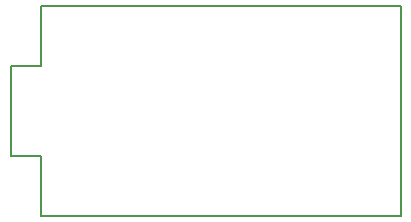
<source format=gbo>
G04 #@! TF.GenerationSoftware,KiCad,Pcbnew,(5.1.10)-1*
G04 #@! TF.CreationDate,2022-01-10T13:30:35-05:00*
G04 #@! TF.ProjectId,40,3430252e-6b69-4636-9164-5f7063625858,rev?*
G04 #@! TF.SameCoordinates,Original*
G04 #@! TF.FileFunction,Legend,Bot*
G04 #@! TF.FilePolarity,Positive*
%FSLAX46Y46*%
G04 Gerber Fmt 4.6, Leading zero omitted, Abs format (unit mm)*
G04 Created by KiCad (PCBNEW (5.1.10)-1) date 2022-01-10 13:30:35*
%MOMM*%
%LPD*%
G01*
G04 APERTURE LIST*
%ADD10C,0.150000*%
%ADD11C,0.700000*%
%ADD12C,1.600000*%
%ADD13R,1.600000X1.600000*%
%ADD14C,1.750000*%
%ADD15C,2.250000*%
%ADD16C,3.987800*%
%ADD17O,1.600000X1.600000*%
%ADD18C,3.048000*%
G04 APERTURE END LIST*
D10*
X207010000Y-33972500D02*
X237490000Y-33972500D01*
X207010000Y-39052500D02*
X207010000Y-33972500D01*
X204470000Y-39052500D02*
X207010000Y-39052500D01*
X204470000Y-46672500D02*
X204470000Y-39052500D01*
X207010000Y-46672500D02*
X204470000Y-46672500D01*
X207010000Y-51752500D02*
X207010000Y-46672500D01*
X237490000Y-51752500D02*
X207010000Y-51752500D01*
X237490000Y-33972500D02*
X237490000Y-51752500D01*
%LPC*%
D11*
X183411607Y-38036607D02*
X183411607Y-40703273D01*
X184363988Y-36512797D02*
X185316369Y-39369940D01*
X182840178Y-39369940D01*
X180554464Y-36703273D02*
X180173511Y-36703273D01*
X179792559Y-36893750D01*
X179602083Y-37084226D01*
X179411607Y-37465178D01*
X179221130Y-38227083D01*
X179221130Y-39179464D01*
X179411607Y-39941369D01*
X179602083Y-40322321D01*
X179792559Y-40512797D01*
X180173511Y-40703273D01*
X180554464Y-40703273D01*
X180935416Y-40512797D01*
X181125892Y-40322321D01*
X181316369Y-39941369D01*
X181506845Y-39179464D01*
X181506845Y-38227083D01*
X181316369Y-37465178D01*
X181125892Y-37084226D01*
X180935416Y-36893750D01*
X180554464Y-36703273D01*
X177697321Y-40703273D02*
X174649702Y-36703273D01*
X177125892Y-36703273D02*
X176744940Y-36893750D01*
X176554464Y-37274702D01*
X176744940Y-37655654D01*
X177125892Y-37846130D01*
X177506845Y-37655654D01*
X177697321Y-37274702D01*
X177506845Y-36893750D01*
X177125892Y-36703273D01*
X174840178Y-40512797D02*
X174649702Y-40131845D01*
X174840178Y-39750892D01*
X175221130Y-39560416D01*
X175602083Y-39750892D01*
X175792559Y-40131845D01*
X175602083Y-40512797D01*
X175221130Y-40703273D01*
X174840178Y-40512797D01*
X169316369Y-40703273D02*
X169697321Y-40512797D01*
X169887797Y-40322321D01*
X170078273Y-39941369D01*
X170078273Y-38798511D01*
X169887797Y-38417559D01*
X169697321Y-38227083D01*
X169316369Y-38036607D01*
X168744940Y-38036607D01*
X168363988Y-38227083D01*
X168173511Y-38417559D01*
X167983035Y-38798511D01*
X167983035Y-39941369D01*
X168173511Y-40322321D01*
X168363988Y-40512797D01*
X168744940Y-40703273D01*
X169316369Y-40703273D01*
X166268750Y-40703273D02*
X166268750Y-38036607D01*
X166268750Y-38798511D02*
X166078273Y-38417559D01*
X165887797Y-38227083D01*
X165506845Y-38036607D01*
X165125892Y-38036607D01*
X164363988Y-38036607D02*
X162840178Y-38036607D01*
X163792559Y-36703273D02*
X163792559Y-40131845D01*
X163602083Y-40512797D01*
X163221130Y-40703273D01*
X162840178Y-40703273D01*
X161506845Y-40703273D02*
X161506845Y-36703273D01*
X159792559Y-40703273D02*
X159792559Y-38608035D01*
X159983035Y-38227083D01*
X160363988Y-38036607D01*
X160935416Y-38036607D01*
X161316369Y-38227083D01*
X161506845Y-38417559D01*
X157316369Y-40703273D02*
X157697321Y-40512797D01*
X157887797Y-40322321D01*
X158078273Y-39941369D01*
X158078273Y-38798511D01*
X157887797Y-38417559D01*
X157697321Y-38227083D01*
X157316369Y-38036607D01*
X156744940Y-38036607D01*
X156363988Y-38227083D01*
X156173511Y-38417559D01*
X155983035Y-38798511D01*
X155983035Y-39941369D01*
X156173511Y-40322321D01*
X156363988Y-40512797D01*
X156744940Y-40703273D01*
X157316369Y-40703273D01*
X153697321Y-40703273D02*
X154078273Y-40512797D01*
X154268750Y-40131845D01*
X154268750Y-36703273D01*
X152173511Y-40703273D02*
X152173511Y-38036607D01*
X152173511Y-36703273D02*
X152363988Y-36893750D01*
X152173511Y-37084226D01*
X151983035Y-36893750D01*
X152173511Y-36703273D01*
X152173511Y-37084226D01*
X150268750Y-38036607D02*
X150268750Y-40703273D01*
X150268750Y-38417559D02*
X150078273Y-38227083D01*
X149697321Y-38036607D01*
X149125892Y-38036607D01*
X148744940Y-38227083D01*
X148554464Y-38608035D01*
X148554464Y-40703273D01*
X145125892Y-40512797D02*
X145506845Y-40703273D01*
X146268750Y-40703273D01*
X146649702Y-40512797D01*
X146840178Y-40131845D01*
X146840178Y-38608035D01*
X146649702Y-38227083D01*
X146268750Y-38036607D01*
X145506845Y-38036607D01*
X145125892Y-38227083D01*
X144935416Y-38608035D01*
X144935416Y-38988988D01*
X146840178Y-39369940D01*
X141506845Y-40703273D02*
X141506845Y-38608035D01*
X141697321Y-38227083D01*
X142078273Y-38036607D01*
X142840178Y-38036607D01*
X143221130Y-38227083D01*
X141506845Y-40512797D02*
X141887797Y-40703273D01*
X142840178Y-40703273D01*
X143221130Y-40512797D01*
X143411607Y-40131845D01*
X143411607Y-39750892D01*
X143221130Y-39369940D01*
X142840178Y-39179464D01*
X141887797Y-39179464D01*
X141506845Y-38988988D01*
X139602083Y-40703273D02*
X139602083Y-38036607D01*
X139602083Y-38798511D02*
X139411607Y-38417559D01*
X139221130Y-38227083D01*
X138840178Y-38036607D01*
X138459226Y-38036607D01*
X134078273Y-40703273D02*
X134078273Y-36703273D01*
X133697321Y-39179464D02*
X132554464Y-40703273D01*
X132554464Y-38036607D02*
X134078273Y-39560416D01*
X129316369Y-40512797D02*
X129697321Y-40703273D01*
X130459226Y-40703273D01*
X130840178Y-40512797D01*
X131030654Y-40131845D01*
X131030654Y-38608035D01*
X130840178Y-38227083D01*
X130459226Y-38036607D01*
X129697321Y-38036607D01*
X129316369Y-38227083D01*
X129125892Y-38608035D01*
X129125892Y-38988988D01*
X131030654Y-39369940D01*
X127792559Y-38036607D02*
X126840178Y-40703273D01*
X125887797Y-38036607D02*
X126840178Y-40703273D01*
X127221130Y-41655654D01*
X127411607Y-41846130D01*
X127792559Y-42036607D01*
X124363988Y-40703273D02*
X124363988Y-36703273D01*
X124363988Y-38227083D02*
X123983035Y-38036607D01*
X123221130Y-38036607D01*
X122840178Y-38227083D01*
X122649702Y-38417559D01*
X122459226Y-38798511D01*
X122459226Y-39941369D01*
X122649702Y-40322321D01*
X122840178Y-40512797D01*
X123221130Y-40703273D01*
X123983035Y-40703273D01*
X124363988Y-40512797D01*
X120173511Y-40703273D02*
X120554464Y-40512797D01*
X120744940Y-40322321D01*
X120935416Y-39941369D01*
X120935416Y-38798511D01*
X120744940Y-38417559D01*
X120554464Y-38227083D01*
X120173511Y-38036607D01*
X119602083Y-38036607D01*
X119221130Y-38227083D01*
X119030654Y-38417559D01*
X118840178Y-38798511D01*
X118840178Y-39941369D01*
X119030654Y-40322321D01*
X119221130Y-40512797D01*
X119602083Y-40703273D01*
X120173511Y-40703273D01*
X115411607Y-40703273D02*
X115411607Y-38608035D01*
X115602083Y-38227083D01*
X115983035Y-38036607D01*
X116744940Y-38036607D01*
X117125892Y-38227083D01*
X115411607Y-40512797D02*
X115792559Y-40703273D01*
X116744940Y-40703273D01*
X117125892Y-40512797D01*
X117316369Y-40131845D01*
X117316369Y-39750892D01*
X117125892Y-39369940D01*
X116744940Y-39179464D01*
X115792559Y-39179464D01*
X115411607Y-38988988D01*
X113506845Y-40703273D02*
X113506845Y-38036607D01*
X113506845Y-38798511D02*
X113316369Y-38417559D01*
X113125892Y-38227083D01*
X112744940Y-38036607D01*
X112363988Y-38036607D01*
X109316369Y-40703273D02*
X109316369Y-36703273D01*
X109316369Y-40512797D02*
X109697321Y-40703273D01*
X110459226Y-40703273D01*
X110840178Y-40512797D01*
X111030654Y-40322321D01*
X111221130Y-39941369D01*
X111221130Y-38798511D01*
X111030654Y-38417559D01*
X110840178Y-38227083D01*
X110459226Y-38036607D01*
X109697321Y-38036607D01*
X109316369Y-38227083D01*
X107221130Y-40512797D02*
X107221130Y-40703273D01*
X107411607Y-41084226D01*
X107602083Y-41274702D01*
X100744940Y-40512797D02*
X101125892Y-40703273D01*
X101887797Y-40703273D01*
X102268750Y-40512797D01*
X102459226Y-40322321D01*
X102649702Y-39941369D01*
X102649702Y-38798511D01*
X102459226Y-38417559D01*
X102268750Y-38227083D01*
X101887797Y-38036607D01*
X101125892Y-38036607D01*
X100744940Y-38227083D01*
X97316369Y-38036607D02*
X97316369Y-40703273D01*
X99030654Y-38036607D02*
X99030654Y-40131845D01*
X98840178Y-40512797D01*
X98459226Y-40703273D01*
X97887797Y-40703273D01*
X97506845Y-40512797D01*
X97316369Y-40322321D01*
X95602083Y-40512797D02*
X95221130Y-40703273D01*
X94459226Y-40703273D01*
X94078273Y-40512797D01*
X93887797Y-40131845D01*
X93887797Y-39941369D01*
X94078273Y-39560416D01*
X94459226Y-39369940D01*
X95030654Y-39369940D01*
X95411607Y-39179464D01*
X95602083Y-38798511D01*
X95602083Y-38608035D01*
X95411607Y-38227083D01*
X95030654Y-38036607D01*
X94459226Y-38036607D01*
X94078273Y-38227083D01*
X92744940Y-38036607D02*
X91221130Y-38036607D01*
X92173511Y-36703273D02*
X92173511Y-40131845D01*
X91983035Y-40512797D01*
X91602083Y-40703273D01*
X91221130Y-40703273D01*
X89316369Y-40703273D02*
X89697321Y-40512797D01*
X89887797Y-40322321D01*
X90078273Y-39941369D01*
X90078273Y-38798511D01*
X89887797Y-38417559D01*
X89697321Y-38227083D01*
X89316369Y-38036607D01*
X88744940Y-38036607D01*
X88363988Y-38227083D01*
X88173511Y-38417559D01*
X87983035Y-38798511D01*
X87983035Y-39941369D01*
X88173511Y-40322321D01*
X88363988Y-40512797D01*
X88744940Y-40703273D01*
X89316369Y-40703273D01*
X86268750Y-40703273D02*
X86268750Y-38036607D01*
X86268750Y-38417559D02*
X86078273Y-38227083D01*
X85697321Y-38036607D01*
X85125892Y-38036607D01*
X84744940Y-38227083D01*
X84554464Y-38608035D01*
X84554464Y-40703273D01*
X84554464Y-38608035D02*
X84363988Y-38227083D01*
X83983035Y-38036607D01*
X83411607Y-38036607D01*
X83030654Y-38227083D01*
X82840178Y-38608035D01*
X82840178Y-40703273D01*
X80935416Y-39179464D02*
X77887797Y-39179464D01*
X74268750Y-40703273D02*
X74268750Y-36703273D01*
X74268750Y-40512797D02*
X74649702Y-40703273D01*
X75411607Y-40703273D01*
X75792559Y-40512797D01*
X75983035Y-40322321D01*
X76173511Y-39941369D01*
X76173511Y-38798511D01*
X75983035Y-38417559D01*
X75792559Y-38227083D01*
X75411607Y-38036607D01*
X74649702Y-38036607D01*
X74268750Y-38227083D01*
X70840178Y-40512797D02*
X71221130Y-40703273D01*
X71983035Y-40703273D01*
X72363988Y-40512797D01*
X72554464Y-40131845D01*
X72554464Y-38608035D01*
X72363988Y-38227083D01*
X71983035Y-38036607D01*
X71221130Y-38036607D01*
X70840178Y-38227083D01*
X70649702Y-38608035D01*
X70649702Y-38988988D01*
X72554464Y-39369940D01*
X69125892Y-40512797D02*
X68744940Y-40703273D01*
X67983035Y-40703273D01*
X67602083Y-40512797D01*
X67411607Y-40131845D01*
X67411607Y-39941369D01*
X67602083Y-39560416D01*
X67983035Y-39369940D01*
X68554464Y-39369940D01*
X68935416Y-39179464D01*
X69125892Y-38798511D01*
X69125892Y-38608035D01*
X68935416Y-38227083D01*
X68554464Y-38036607D01*
X67983035Y-38036607D01*
X67602083Y-38227083D01*
X65697321Y-40703273D02*
X65697321Y-38036607D01*
X65697321Y-36703273D02*
X65887797Y-36893750D01*
X65697321Y-37084226D01*
X65506845Y-36893750D01*
X65697321Y-36703273D01*
X65697321Y-37084226D01*
X62078273Y-38036607D02*
X62078273Y-41274702D01*
X62268750Y-41655654D01*
X62459226Y-41846130D01*
X62840178Y-42036607D01*
X63411607Y-42036607D01*
X63792559Y-41846130D01*
X62078273Y-40512797D02*
X62459226Y-40703273D01*
X63221130Y-40703273D01*
X63602083Y-40512797D01*
X63792559Y-40322321D01*
X63983035Y-39941369D01*
X63983035Y-38798511D01*
X63792559Y-38417559D01*
X63602083Y-38227083D01*
X63221130Y-38036607D01*
X62459226Y-38036607D01*
X62078273Y-38227083D01*
X60173511Y-38036607D02*
X60173511Y-40703273D01*
X60173511Y-38417559D02*
X59983035Y-38227083D01*
X59602083Y-38036607D01*
X59030654Y-38036607D01*
X58649702Y-38227083D01*
X58459226Y-38608035D01*
X58459226Y-40703273D01*
X55030654Y-40512797D02*
X55411607Y-40703273D01*
X56173511Y-40703273D01*
X56554464Y-40512797D01*
X56744940Y-40131845D01*
X56744940Y-38608035D01*
X56554464Y-38227083D01*
X56173511Y-38036607D01*
X55411607Y-38036607D01*
X55030654Y-38227083D01*
X54840178Y-38608035D01*
X54840178Y-38988988D01*
X56744940Y-39369940D01*
X51411607Y-40703273D02*
X51411607Y-36703273D01*
X51411607Y-40512797D02*
X51792559Y-40703273D01*
X52554464Y-40703273D01*
X52935416Y-40512797D01*
X53125892Y-40322321D01*
X53316369Y-39941369D01*
X53316369Y-38798511D01*
X53125892Y-38417559D01*
X52935416Y-38227083D01*
X52554464Y-38036607D01*
X51792559Y-38036607D01*
X51411607Y-38227083D01*
D12*
X208280000Y-35242500D03*
X210820000Y-35242500D03*
X213360000Y-35242500D03*
X215900000Y-35242500D03*
X218440000Y-35242500D03*
X220980000Y-35242500D03*
X223520000Y-35242500D03*
X226060000Y-35242500D03*
X228600000Y-35242500D03*
X231140000Y-35242500D03*
X233680000Y-35242500D03*
X236220000Y-35242500D03*
X236220000Y-50482500D03*
X233680000Y-50482500D03*
X231140000Y-50482500D03*
X228600000Y-50482500D03*
X226060000Y-50482500D03*
X223520000Y-50482500D03*
X220980000Y-50482500D03*
X218440000Y-50482500D03*
X215900000Y-50482500D03*
X213360000Y-50482500D03*
X210820000Y-50482500D03*
D13*
X208280000Y-50482500D03*
D14*
X156686250Y-101600000D03*
X146526250Y-101600000D03*
D15*
X149106250Y-97600000D03*
D16*
X151606250Y-101600000D03*
G36*
G01*
X147044938Y-99897350D02*
X147044933Y-99897345D01*
G75*
G02*
X146958905Y-98308683I751317J837345D01*
G01*
X148268907Y-96848683D01*
G75*
G02*
X149857569Y-96762655I837345J-751317D01*
G01*
X149857569Y-96762655D01*
G75*
G02*
X149943597Y-98351317I-751317J-837345D01*
G01*
X148633595Y-99811317D01*
G75*
G02*
X147044933Y-99897345I-837345J751317D01*
G01*
G37*
D15*
X154146250Y-96520000D03*
G36*
G01*
X154029733Y-98222395D02*
X154028847Y-98222334D01*
G75*
G02*
X152983916Y-97022597I77403J1122334D01*
G01*
X153023916Y-96442597D01*
G75*
G02*
X154223653Y-95397666I1122334J-77403D01*
G01*
X154223653Y-95397666D01*
G75*
G02*
X155268584Y-96597403I-77403J-1122334D01*
G01*
X155228584Y-97177403D01*
G75*
G02*
X154028847Y-98222334I-1122334J77403D01*
G01*
G37*
D14*
X137636250Y-101600000D03*
X127476250Y-101600000D03*
D15*
X130056250Y-97600000D03*
D16*
X132556250Y-101600000D03*
G36*
G01*
X127994938Y-99897350D02*
X127994933Y-99897345D01*
G75*
G02*
X127908905Y-98308683I751317J837345D01*
G01*
X129218907Y-96848683D01*
G75*
G02*
X130807569Y-96762655I837345J-751317D01*
G01*
X130807569Y-96762655D01*
G75*
G02*
X130893597Y-98351317I-751317J-837345D01*
G01*
X129583595Y-99811317D01*
G75*
G02*
X127994933Y-99897345I-837345J751317D01*
G01*
G37*
D15*
X135096250Y-96520000D03*
G36*
G01*
X134979733Y-98222395D02*
X134978847Y-98222334D01*
G75*
G02*
X133933916Y-97022597I77403J1122334D01*
G01*
X133973916Y-96442597D01*
G75*
G02*
X135173653Y-95397666I1122334J-77403D01*
G01*
X135173653Y-95397666D01*
G75*
G02*
X136218584Y-96597403I-77403J-1122334D01*
G01*
X136178584Y-97177403D01*
G75*
G02*
X134978847Y-98222334I-1122334J77403D01*
G01*
G37*
D14*
X118586250Y-82550000D03*
X108426250Y-82550000D03*
D15*
X111006250Y-78550000D03*
D16*
X113506250Y-82550000D03*
G36*
G01*
X108944938Y-80847350D02*
X108944933Y-80847345D01*
G75*
G02*
X108858905Y-79258683I751317J837345D01*
G01*
X110168907Y-77798683D01*
G75*
G02*
X111757569Y-77712655I837345J-751317D01*
G01*
X111757569Y-77712655D01*
G75*
G02*
X111843597Y-79301317I-751317J-837345D01*
G01*
X110533595Y-80761317D01*
G75*
G02*
X108944933Y-80847345I-837345J751317D01*
G01*
G37*
D15*
X116046250Y-77470000D03*
G36*
G01*
X115929733Y-79172395D02*
X115928847Y-79172334D01*
G75*
G02*
X114883916Y-77972597I77403J1122334D01*
G01*
X114923916Y-77392597D01*
G75*
G02*
X116123653Y-76347666I1122334J-77403D01*
G01*
X116123653Y-76347666D01*
G75*
G02*
X117168584Y-77547403I-77403J-1122334D01*
G01*
X117128584Y-78127403D01*
G75*
G02*
X115928847Y-79172334I-1122334J77403D01*
G01*
G37*
D14*
X42386250Y-120650000D03*
X32226250Y-120650000D03*
D15*
X34806250Y-116650000D03*
D16*
X37306250Y-120650000D03*
G36*
G01*
X32744938Y-118947350D02*
X32744933Y-118947345D01*
G75*
G02*
X32658905Y-117358683I751317J837345D01*
G01*
X33968907Y-115898683D01*
G75*
G02*
X35557569Y-115812655I837345J-751317D01*
G01*
X35557569Y-115812655D01*
G75*
G02*
X35643597Y-117401317I-751317J-837345D01*
G01*
X34333595Y-118861317D01*
G75*
G02*
X32744933Y-118947345I-837345J751317D01*
G01*
G37*
D15*
X39846250Y-115570000D03*
G36*
G01*
X39729733Y-117272395D02*
X39728847Y-117272334D01*
G75*
G02*
X38683916Y-116072597I77403J1122334D01*
G01*
X38723916Y-115492597D01*
G75*
G02*
X39923653Y-114447666I1122334J-77403D01*
G01*
X39923653Y-114447666D01*
G75*
G02*
X40968584Y-115647403I-77403J-1122334D01*
G01*
X40928584Y-116227403D01*
G75*
G02*
X39728847Y-117272334I-1122334J77403D01*
G01*
G37*
D17*
X193357500Y-53975000D03*
D13*
X185737500Y-53975000D03*
D17*
X174307500Y-53975000D03*
D13*
X166687500Y-53975000D03*
D17*
X155257500Y-53975000D03*
D13*
X147637500Y-53975000D03*
D17*
X136445000Y-53975000D03*
D13*
X128825000Y-53975000D03*
D17*
X117395000Y-53975000D03*
D13*
X109775000Y-53975000D03*
D17*
X98345000Y-53975000D03*
D13*
X90725000Y-53975000D03*
D17*
X79057500Y-53975000D03*
D13*
X71437500Y-53975000D03*
D17*
X59845000Y-53975000D03*
D13*
X52225000Y-53975000D03*
D17*
X40957500Y-53975000D03*
D13*
X33337500Y-53975000D03*
D17*
X250507500Y-111125000D03*
D13*
X242887500Y-111125000D03*
D17*
X231457500Y-111125000D03*
D13*
X223837500Y-111125000D03*
D17*
X212170000Y-111125000D03*
D13*
X204550000Y-111125000D03*
D17*
X193120000Y-111125000D03*
D13*
X185500000Y-111125000D03*
D17*
X174070000Y-111125000D03*
D13*
X166450000Y-111125000D03*
D17*
X145495000Y-111125000D03*
D13*
X137875000Y-111125000D03*
D17*
X117395000Y-111125000D03*
D13*
X109775000Y-111125000D03*
D17*
X98663750Y-111125000D03*
D13*
X91043750Y-111125000D03*
D17*
X79295000Y-111125000D03*
D13*
X71675000Y-111125000D03*
D17*
X60245000Y-111125000D03*
D13*
X52625000Y-111125000D03*
D17*
X40957500Y-111125000D03*
D13*
X33337500Y-111125000D03*
D17*
X250745000Y-92075000D03*
D13*
X243125000Y-92075000D03*
D17*
X231457500Y-92075000D03*
D13*
X223837500Y-92075000D03*
D17*
X212645000Y-92075000D03*
D13*
X205025000Y-92075000D03*
D17*
X193357500Y-92075000D03*
D13*
X185737500Y-92075000D03*
D17*
X174070000Y-92075000D03*
D13*
X166450000Y-92075000D03*
D17*
X155495000Y-92075000D03*
D13*
X147875000Y-92075000D03*
D17*
X135970000Y-92075000D03*
D13*
X128350000Y-92075000D03*
D17*
X117157500Y-92075000D03*
D13*
X109537500Y-92075000D03*
D17*
X98345000Y-92075000D03*
D13*
X90725000Y-92075000D03*
D17*
X79057500Y-92075000D03*
D13*
X71437500Y-92075000D03*
D17*
X60245000Y-92075000D03*
D13*
X52625000Y-92075000D03*
D17*
X41195000Y-92075000D03*
D13*
X33575000Y-92075000D03*
D17*
X250745000Y-73025000D03*
D13*
X243125000Y-73025000D03*
D17*
X231457500Y-73025000D03*
D13*
X223837500Y-73025000D03*
D17*
X212645000Y-73025000D03*
D13*
X205025000Y-73025000D03*
D17*
X193595000Y-73025000D03*
D13*
X185975000Y-73025000D03*
D17*
X174545000Y-73025000D03*
D13*
X166925000Y-73025000D03*
D17*
X155495000Y-73025000D03*
D13*
X147875000Y-73025000D03*
D17*
X136207500Y-73025000D03*
D13*
X128587500Y-73025000D03*
D17*
X117395000Y-73025000D03*
D13*
X109775000Y-73025000D03*
D17*
X98107500Y-73025000D03*
D13*
X90487500Y-73025000D03*
D17*
X79057500Y-73025000D03*
D13*
X71437500Y-73025000D03*
D17*
X60007500Y-73025000D03*
D13*
X52387500Y-73025000D03*
D17*
X41275000Y-73025000D03*
D13*
X33655000Y-73025000D03*
D17*
X250507500Y-53975000D03*
D13*
X242887500Y-53975000D03*
D17*
X231775000Y-53975000D03*
D13*
X224155000Y-53975000D03*
D17*
X212407500Y-53975000D03*
D13*
X204787500Y-53975000D03*
D14*
X137636250Y-63500000D03*
X127476250Y-63500000D03*
D15*
X130056250Y-59500000D03*
D16*
X132556250Y-63500000D03*
G36*
G01*
X127994938Y-61797350D02*
X127994933Y-61797345D01*
G75*
G02*
X127908905Y-60208683I751317J837345D01*
G01*
X129218907Y-58748683D01*
G75*
G02*
X130807569Y-58662655I837345J-751317D01*
G01*
X130807569Y-58662655D01*
G75*
G02*
X130893597Y-60251317I-751317J-837345D01*
G01*
X129583595Y-61711317D01*
G75*
G02*
X127994933Y-61797345I-837345J751317D01*
G01*
G37*
D15*
X135096250Y-58420000D03*
G36*
G01*
X134979733Y-60122395D02*
X134978847Y-60122334D01*
G75*
G02*
X133933916Y-58922597I77403J1122334D01*
G01*
X133973916Y-58342597D01*
G75*
G02*
X135173653Y-57297666I1122334J-77403D01*
G01*
X135173653Y-57297666D01*
G75*
G02*
X136218584Y-58497403I-77403J-1122334D01*
G01*
X136178584Y-59077403D01*
G75*
G02*
X134978847Y-60122334I-1122334J77403D01*
G01*
G37*
D14*
X42386250Y-63500000D03*
X32226250Y-63500000D03*
D15*
X34806250Y-59500000D03*
D16*
X37306250Y-63500000D03*
G36*
G01*
X32744938Y-61797350D02*
X32744933Y-61797345D01*
G75*
G02*
X32658905Y-60208683I751317J837345D01*
G01*
X33968907Y-58748683D01*
G75*
G02*
X35557569Y-58662655I837345J-751317D01*
G01*
X35557569Y-58662655D01*
G75*
G02*
X35643597Y-60251317I-751317J-837345D01*
G01*
X34333595Y-61711317D01*
G75*
G02*
X32744933Y-61797345I-837345J751317D01*
G01*
G37*
D15*
X39846250Y-58420000D03*
G36*
G01*
X39729733Y-60122395D02*
X39728847Y-60122334D01*
G75*
G02*
X38683916Y-58922597I77403J1122334D01*
G01*
X38723916Y-58342597D01*
G75*
G02*
X39923653Y-57297666I1122334J-77403D01*
G01*
X39923653Y-57297666D01*
G75*
G02*
X40968584Y-58497403I-77403J-1122334D01*
G01*
X40928584Y-59077403D01*
G75*
G02*
X39728847Y-60122334I-1122334J77403D01*
G01*
G37*
D14*
X251936250Y-63500000D03*
X241776250Y-63500000D03*
D15*
X244356250Y-59500000D03*
D16*
X246856250Y-63500000D03*
G36*
G01*
X242294938Y-61797350D02*
X242294933Y-61797345D01*
G75*
G02*
X242208905Y-60208683I751317J837345D01*
G01*
X243518907Y-58748683D01*
G75*
G02*
X245107569Y-58662655I837345J-751317D01*
G01*
X245107569Y-58662655D01*
G75*
G02*
X245193597Y-60251317I-751317J-837345D01*
G01*
X243883595Y-61711317D01*
G75*
G02*
X242294933Y-61797345I-837345J751317D01*
G01*
G37*
D15*
X249396250Y-58420000D03*
G36*
G01*
X249279733Y-60122395D02*
X249278847Y-60122334D01*
G75*
G02*
X248233916Y-58922597I77403J1122334D01*
G01*
X248273916Y-58342597D01*
G75*
G02*
X249473653Y-57297666I1122334J-77403D01*
G01*
X249473653Y-57297666D01*
G75*
G02*
X250518584Y-58497403I-77403J-1122334D01*
G01*
X250478584Y-59077403D01*
G75*
G02*
X249278847Y-60122334I-1122334J77403D01*
G01*
G37*
D14*
X99536250Y-82550000D03*
X89376250Y-82550000D03*
D15*
X91956250Y-78550000D03*
D16*
X94456250Y-82550000D03*
G36*
G01*
X89894938Y-80847350D02*
X89894933Y-80847345D01*
G75*
G02*
X89808905Y-79258683I751317J837345D01*
G01*
X91118907Y-77798683D01*
G75*
G02*
X92707569Y-77712655I837345J-751317D01*
G01*
X92707569Y-77712655D01*
G75*
G02*
X92793597Y-79301317I-751317J-837345D01*
G01*
X91483595Y-80761317D01*
G75*
G02*
X89894933Y-80847345I-837345J751317D01*
G01*
G37*
D15*
X96996250Y-77470000D03*
G36*
G01*
X96879733Y-79172395D02*
X96878847Y-79172334D01*
G75*
G02*
X95833916Y-77972597I77403J1122334D01*
G01*
X95873916Y-77392597D01*
G75*
G02*
X97073653Y-76347666I1122334J-77403D01*
G01*
X97073653Y-76347666D01*
G75*
G02*
X98118584Y-77547403I-77403J-1122334D01*
G01*
X98078584Y-78127403D01*
G75*
G02*
X96878847Y-79172334I-1122334J77403D01*
G01*
G37*
D14*
X61436250Y-101600000D03*
X51276250Y-101600000D03*
D15*
X53856250Y-97600000D03*
D16*
X56356250Y-101600000D03*
G36*
G01*
X51794938Y-99897350D02*
X51794933Y-99897345D01*
G75*
G02*
X51708905Y-98308683I751317J837345D01*
G01*
X53018907Y-96848683D01*
G75*
G02*
X54607569Y-96762655I837345J-751317D01*
G01*
X54607569Y-96762655D01*
G75*
G02*
X54693597Y-98351317I-751317J-837345D01*
G01*
X53383595Y-99811317D01*
G75*
G02*
X51794933Y-99897345I-837345J751317D01*
G01*
G37*
D15*
X58896250Y-96520000D03*
G36*
G01*
X58779733Y-98222395D02*
X58778847Y-98222334D01*
G75*
G02*
X57733916Y-97022597I77403J1122334D01*
G01*
X57773916Y-96442597D01*
G75*
G02*
X58973653Y-95397666I1122334J-77403D01*
G01*
X58973653Y-95397666D01*
G75*
G02*
X60018584Y-96597403I-77403J-1122334D01*
G01*
X59978584Y-97177403D01*
G75*
G02*
X58778847Y-98222334I-1122334J77403D01*
G01*
G37*
D14*
X80486250Y-101600000D03*
X70326250Y-101600000D03*
D15*
X72906250Y-97600000D03*
D16*
X75406250Y-101600000D03*
G36*
G01*
X70844938Y-99897350D02*
X70844933Y-99897345D01*
G75*
G02*
X70758905Y-98308683I751317J837345D01*
G01*
X72068907Y-96848683D01*
G75*
G02*
X73657569Y-96762655I837345J-751317D01*
G01*
X73657569Y-96762655D01*
G75*
G02*
X73743597Y-98351317I-751317J-837345D01*
G01*
X72433595Y-99811317D01*
G75*
G02*
X70844933Y-99897345I-837345J751317D01*
G01*
G37*
D15*
X77946250Y-96520000D03*
G36*
G01*
X77829733Y-98222395D02*
X77828847Y-98222334D01*
G75*
G02*
X76783916Y-97022597I77403J1122334D01*
G01*
X76823916Y-96442597D01*
G75*
G02*
X78023653Y-95397666I1122334J-77403D01*
G01*
X78023653Y-95397666D01*
G75*
G02*
X79068584Y-96597403I-77403J-1122334D01*
G01*
X79028584Y-97177403D01*
G75*
G02*
X77828847Y-98222334I-1122334J77403D01*
G01*
G37*
D14*
X118586250Y-101600000D03*
X108426250Y-101600000D03*
D15*
X111006250Y-97600000D03*
D16*
X113506250Y-101600000D03*
G36*
G01*
X108944938Y-99897350D02*
X108944933Y-99897345D01*
G75*
G02*
X108858905Y-98308683I751317J837345D01*
G01*
X110168907Y-96848683D01*
G75*
G02*
X111757569Y-96762655I837345J-751317D01*
G01*
X111757569Y-96762655D01*
G75*
G02*
X111843597Y-98351317I-751317J-837345D01*
G01*
X110533595Y-99811317D01*
G75*
G02*
X108944933Y-99897345I-837345J751317D01*
G01*
G37*
D15*
X116046250Y-96520000D03*
G36*
G01*
X115929733Y-98222395D02*
X115928847Y-98222334D01*
G75*
G02*
X114883916Y-97022597I77403J1122334D01*
G01*
X114923916Y-96442597D01*
G75*
G02*
X116123653Y-95397666I1122334J-77403D01*
G01*
X116123653Y-95397666D01*
G75*
G02*
X117168584Y-96597403I-77403J-1122334D01*
G01*
X117128584Y-97177403D01*
G75*
G02*
X115928847Y-98222334I-1122334J77403D01*
G01*
G37*
D16*
X154019250Y-112395000D03*
X130143250Y-112395000D03*
D18*
X154019250Y-127635000D03*
X130143250Y-127635000D03*
D14*
X147161250Y-120650000D03*
X137001250Y-120650000D03*
D15*
X139581250Y-116650000D03*
D16*
X142081250Y-120650000D03*
G36*
G01*
X137519938Y-118947350D02*
X137519933Y-118947345D01*
G75*
G02*
X137433905Y-117358683I751317J837345D01*
G01*
X138743907Y-115898683D01*
G75*
G02*
X140332569Y-115812655I837345J-751317D01*
G01*
X140332569Y-115812655D01*
G75*
G02*
X140418597Y-117401317I-751317J-837345D01*
G01*
X139108595Y-118861317D01*
G75*
G02*
X137519933Y-118947345I-837345J751317D01*
G01*
G37*
D15*
X144621250Y-115570000D03*
G36*
G01*
X144504733Y-117272395D02*
X144503847Y-117272334D01*
G75*
G02*
X143458916Y-116072597I77403J1122334D01*
G01*
X143498916Y-115492597D01*
G75*
G02*
X144698653Y-114447666I1122334J-77403D01*
G01*
X144698653Y-114447666D01*
G75*
G02*
X145743584Y-115647403I-77403J-1122334D01*
G01*
X145703584Y-116227403D01*
G75*
G02*
X144503847Y-117272334I-1122334J77403D01*
G01*
G37*
D14*
X42386250Y-101600000D03*
X32226250Y-101600000D03*
D15*
X34806250Y-97600000D03*
D16*
X37306250Y-101600000D03*
G36*
G01*
X32744938Y-99897350D02*
X32744933Y-99897345D01*
G75*
G02*
X32658905Y-98308683I751317J837345D01*
G01*
X33968907Y-96848683D01*
G75*
G02*
X35557569Y-96762655I837345J-751317D01*
G01*
X35557569Y-96762655D01*
G75*
G02*
X35643597Y-98351317I-751317J-837345D01*
G01*
X34333595Y-99811317D01*
G75*
G02*
X32744933Y-99897345I-837345J751317D01*
G01*
G37*
D15*
X39846250Y-96520000D03*
G36*
G01*
X39729733Y-98222395D02*
X39728847Y-98222334D01*
G75*
G02*
X38683916Y-97022597I77403J1122334D01*
G01*
X38723916Y-96442597D01*
G75*
G02*
X39923653Y-95397666I1122334J-77403D01*
G01*
X39923653Y-95397666D01*
G75*
G02*
X40968584Y-96597403I-77403J-1122334D01*
G01*
X40928584Y-97177403D01*
G75*
G02*
X39728847Y-98222334I-1122334J77403D01*
G01*
G37*
D14*
X213836250Y-101600000D03*
X203676250Y-101600000D03*
D15*
X206256250Y-97600000D03*
D16*
X208756250Y-101600000D03*
G36*
G01*
X204194938Y-99897350D02*
X204194933Y-99897345D01*
G75*
G02*
X204108905Y-98308683I751317J837345D01*
G01*
X205418907Y-96848683D01*
G75*
G02*
X207007569Y-96762655I837345J-751317D01*
G01*
X207007569Y-96762655D01*
G75*
G02*
X207093597Y-98351317I-751317J-837345D01*
G01*
X205783595Y-99811317D01*
G75*
G02*
X204194933Y-99897345I-837345J751317D01*
G01*
G37*
D15*
X211296250Y-96520000D03*
G36*
G01*
X211179733Y-98222395D02*
X211178847Y-98222334D01*
G75*
G02*
X210133916Y-97022597I77403J1122334D01*
G01*
X210173916Y-96442597D01*
G75*
G02*
X211373653Y-95397666I1122334J-77403D01*
G01*
X211373653Y-95397666D01*
G75*
G02*
X212418584Y-96597403I-77403J-1122334D01*
G01*
X212378584Y-97177403D01*
G75*
G02*
X211178847Y-98222334I-1122334J77403D01*
G01*
G37*
D14*
X175736250Y-101600000D03*
X165576250Y-101600000D03*
D15*
X168156250Y-97600000D03*
D16*
X170656250Y-101600000D03*
G36*
G01*
X166094938Y-99897350D02*
X166094933Y-99897345D01*
G75*
G02*
X166008905Y-98308683I751317J837345D01*
G01*
X167318907Y-96848683D01*
G75*
G02*
X168907569Y-96762655I837345J-751317D01*
G01*
X168907569Y-96762655D01*
G75*
G02*
X168993597Y-98351317I-751317J-837345D01*
G01*
X167683595Y-99811317D01*
G75*
G02*
X166094933Y-99897345I-837345J751317D01*
G01*
G37*
D15*
X173196250Y-96520000D03*
G36*
G01*
X173079733Y-98222395D02*
X173078847Y-98222334D01*
G75*
G02*
X172033916Y-97022597I77403J1122334D01*
G01*
X172073916Y-96442597D01*
G75*
G02*
X173273653Y-95397666I1122334J-77403D01*
G01*
X173273653Y-95397666D01*
G75*
G02*
X174318584Y-96597403I-77403J-1122334D01*
G01*
X174278584Y-97177403D01*
G75*
G02*
X173078847Y-98222334I-1122334J77403D01*
G01*
G37*
D14*
X194786250Y-101600000D03*
X184626250Y-101600000D03*
D15*
X187206250Y-97600000D03*
D16*
X189706250Y-101600000D03*
G36*
G01*
X185144938Y-99897350D02*
X185144933Y-99897345D01*
G75*
G02*
X185058905Y-98308683I751317J837345D01*
G01*
X186368907Y-96848683D01*
G75*
G02*
X187957569Y-96762655I837345J-751317D01*
G01*
X187957569Y-96762655D01*
G75*
G02*
X188043597Y-98351317I-751317J-837345D01*
G01*
X186733595Y-99811317D01*
G75*
G02*
X185144933Y-99897345I-837345J751317D01*
G01*
G37*
D15*
X192246250Y-96520000D03*
G36*
G01*
X192129733Y-98222395D02*
X192128847Y-98222334D01*
G75*
G02*
X191083916Y-97022597I77403J1122334D01*
G01*
X191123916Y-96442597D01*
G75*
G02*
X192323653Y-95397666I1122334J-77403D01*
G01*
X192323653Y-95397666D01*
G75*
G02*
X193368584Y-96597403I-77403J-1122334D01*
G01*
X193328584Y-97177403D01*
G75*
G02*
X192128847Y-98222334I-1122334J77403D01*
G01*
G37*
D14*
X99536250Y-101600000D03*
X89376250Y-101600000D03*
D15*
X91956250Y-97600000D03*
D16*
X94456250Y-101600000D03*
G36*
G01*
X89894938Y-99897350D02*
X89894933Y-99897345D01*
G75*
G02*
X89808905Y-98308683I751317J837345D01*
G01*
X91118907Y-96848683D01*
G75*
G02*
X92707569Y-96762655I837345J-751317D01*
G01*
X92707569Y-96762655D01*
G75*
G02*
X92793597Y-98351317I-751317J-837345D01*
G01*
X91483595Y-99811317D01*
G75*
G02*
X89894933Y-99897345I-837345J751317D01*
G01*
G37*
D15*
X96996250Y-96520000D03*
G36*
G01*
X96879733Y-98222395D02*
X96878847Y-98222334D01*
G75*
G02*
X95833916Y-97022597I77403J1122334D01*
G01*
X95873916Y-96442597D01*
G75*
G02*
X97073653Y-95397666I1122334J-77403D01*
G01*
X97073653Y-95397666D01*
G75*
G02*
X98118584Y-96597403I-77403J-1122334D01*
G01*
X98078584Y-97177403D01*
G75*
G02*
X96878847Y-98222334I-1122334J77403D01*
G01*
G37*
D14*
X156686250Y-63500000D03*
X146526250Y-63500000D03*
D15*
X149106250Y-59500000D03*
D16*
X151606250Y-63500000D03*
G36*
G01*
X147044938Y-61797350D02*
X147044933Y-61797345D01*
G75*
G02*
X146958905Y-60208683I751317J837345D01*
G01*
X148268907Y-58748683D01*
G75*
G02*
X149857569Y-58662655I837345J-751317D01*
G01*
X149857569Y-58662655D01*
G75*
G02*
X149943597Y-60251317I-751317J-837345D01*
G01*
X148633595Y-61711317D01*
G75*
G02*
X147044933Y-61797345I-837345J751317D01*
G01*
G37*
D15*
X154146250Y-58420000D03*
G36*
G01*
X154029733Y-60122395D02*
X154028847Y-60122334D01*
G75*
G02*
X152983916Y-58922597I77403J1122334D01*
G01*
X153023916Y-58342597D01*
G75*
G02*
X154223653Y-57297666I1122334J-77403D01*
G01*
X154223653Y-57297666D01*
G75*
G02*
X155268584Y-58497403I-77403J-1122334D01*
G01*
X155228584Y-59077403D01*
G75*
G02*
X154028847Y-60122334I-1122334J77403D01*
G01*
G37*
D14*
X61436250Y-120650000D03*
X51276250Y-120650000D03*
D15*
X53856250Y-116650000D03*
D16*
X56356250Y-120650000D03*
G36*
G01*
X51794938Y-118947350D02*
X51794933Y-118947345D01*
G75*
G02*
X51708905Y-117358683I751317J837345D01*
G01*
X53018907Y-115898683D01*
G75*
G02*
X54607569Y-115812655I837345J-751317D01*
G01*
X54607569Y-115812655D01*
G75*
G02*
X54693597Y-117401317I-751317J-837345D01*
G01*
X53383595Y-118861317D01*
G75*
G02*
X51794933Y-118947345I-837345J751317D01*
G01*
G37*
D15*
X58896250Y-115570000D03*
G36*
G01*
X58779733Y-117272395D02*
X58778847Y-117272334D01*
G75*
G02*
X57733916Y-116072597I77403J1122334D01*
G01*
X57773916Y-115492597D01*
G75*
G02*
X58973653Y-114447666I1122334J-77403D01*
G01*
X58973653Y-114447666D01*
G75*
G02*
X60018584Y-115647403I-77403J-1122334D01*
G01*
X59978584Y-116227403D01*
G75*
G02*
X58778847Y-117272334I-1122334J77403D01*
G01*
G37*
D14*
X80486250Y-63500000D03*
X70326250Y-63500000D03*
D15*
X72906250Y-59500000D03*
D16*
X75406250Y-63500000D03*
G36*
G01*
X70844938Y-61797350D02*
X70844933Y-61797345D01*
G75*
G02*
X70758905Y-60208683I751317J837345D01*
G01*
X72068907Y-58748683D01*
G75*
G02*
X73657569Y-58662655I837345J-751317D01*
G01*
X73657569Y-58662655D01*
G75*
G02*
X73743597Y-60251317I-751317J-837345D01*
G01*
X72433595Y-61711317D01*
G75*
G02*
X70844933Y-61797345I-837345J751317D01*
G01*
G37*
D15*
X77946250Y-58420000D03*
G36*
G01*
X77829733Y-60122395D02*
X77828847Y-60122334D01*
G75*
G02*
X76783916Y-58922597I77403J1122334D01*
G01*
X76823916Y-58342597D01*
G75*
G02*
X78023653Y-57297666I1122334J-77403D01*
G01*
X78023653Y-57297666D01*
G75*
G02*
X79068584Y-58497403I-77403J-1122334D01*
G01*
X79028584Y-59077403D01*
G75*
G02*
X77828847Y-60122334I-1122334J77403D01*
G01*
G37*
D14*
X232886250Y-101600000D03*
X222726250Y-101600000D03*
D15*
X225306250Y-97600000D03*
D16*
X227806250Y-101600000D03*
G36*
G01*
X223244938Y-99897350D02*
X223244933Y-99897345D01*
G75*
G02*
X223158905Y-98308683I751317J837345D01*
G01*
X224468907Y-96848683D01*
G75*
G02*
X226057569Y-96762655I837345J-751317D01*
G01*
X226057569Y-96762655D01*
G75*
G02*
X226143597Y-98351317I-751317J-837345D01*
G01*
X224833595Y-99811317D01*
G75*
G02*
X223244933Y-99897345I-837345J751317D01*
G01*
G37*
D15*
X230346250Y-96520000D03*
G36*
G01*
X230229733Y-98222395D02*
X230228847Y-98222334D01*
G75*
G02*
X229183916Y-97022597I77403J1122334D01*
G01*
X229223916Y-96442597D01*
G75*
G02*
X230423653Y-95397666I1122334J-77403D01*
G01*
X230423653Y-95397666D01*
G75*
G02*
X231468584Y-96597403I-77403J-1122334D01*
G01*
X231428584Y-97177403D01*
G75*
G02*
X230228847Y-98222334I-1122334J77403D01*
G01*
G37*
D14*
X175736250Y-63500000D03*
X165576250Y-63500000D03*
D15*
X168156250Y-59500000D03*
D16*
X170656250Y-63500000D03*
G36*
G01*
X166094938Y-61797350D02*
X166094933Y-61797345D01*
G75*
G02*
X166008905Y-60208683I751317J837345D01*
G01*
X167318907Y-58748683D01*
G75*
G02*
X168907569Y-58662655I837345J-751317D01*
G01*
X168907569Y-58662655D01*
G75*
G02*
X168993597Y-60251317I-751317J-837345D01*
G01*
X167683595Y-61711317D01*
G75*
G02*
X166094933Y-61797345I-837345J751317D01*
G01*
G37*
D15*
X173196250Y-58420000D03*
G36*
G01*
X173079733Y-60122395D02*
X173078847Y-60122334D01*
G75*
G02*
X172033916Y-58922597I77403J1122334D01*
G01*
X172073916Y-58342597D01*
G75*
G02*
X173273653Y-57297666I1122334J-77403D01*
G01*
X173273653Y-57297666D01*
G75*
G02*
X174318584Y-58497403I-77403J-1122334D01*
G01*
X174278584Y-59077403D01*
G75*
G02*
X173078847Y-60122334I-1122334J77403D01*
G01*
G37*
D14*
X42386250Y-82550000D03*
X32226250Y-82550000D03*
D15*
X34806250Y-78550000D03*
D16*
X37306250Y-82550000D03*
G36*
G01*
X32744938Y-80847350D02*
X32744933Y-80847345D01*
G75*
G02*
X32658905Y-79258683I751317J837345D01*
G01*
X33968907Y-77798683D01*
G75*
G02*
X35557569Y-77712655I837345J-751317D01*
G01*
X35557569Y-77712655D01*
G75*
G02*
X35643597Y-79301317I-751317J-837345D01*
G01*
X34333595Y-80761317D01*
G75*
G02*
X32744933Y-80847345I-837345J751317D01*
G01*
G37*
D15*
X39846250Y-77470000D03*
G36*
G01*
X39729733Y-79172395D02*
X39728847Y-79172334D01*
G75*
G02*
X38683916Y-77972597I77403J1122334D01*
G01*
X38723916Y-77392597D01*
G75*
G02*
X39923653Y-76347666I1122334J-77403D01*
G01*
X39923653Y-76347666D01*
G75*
G02*
X40968584Y-77547403I-77403J-1122334D01*
G01*
X40928584Y-78127403D01*
G75*
G02*
X39728847Y-79172334I-1122334J77403D01*
G01*
G37*
D14*
X251936250Y-101600000D03*
X241776250Y-101600000D03*
D15*
X244356250Y-97600000D03*
D16*
X246856250Y-101600000D03*
G36*
G01*
X242294938Y-99897350D02*
X242294933Y-99897345D01*
G75*
G02*
X242208905Y-98308683I751317J837345D01*
G01*
X243518907Y-96848683D01*
G75*
G02*
X245107569Y-96762655I837345J-751317D01*
G01*
X245107569Y-96762655D01*
G75*
G02*
X245193597Y-98351317I-751317J-837345D01*
G01*
X243883595Y-99811317D01*
G75*
G02*
X242294933Y-99897345I-837345J751317D01*
G01*
G37*
D15*
X249396250Y-96520000D03*
G36*
G01*
X249279733Y-98222395D02*
X249278847Y-98222334D01*
G75*
G02*
X248233916Y-97022597I77403J1122334D01*
G01*
X248273916Y-96442597D01*
G75*
G02*
X249473653Y-95397666I1122334J-77403D01*
G01*
X249473653Y-95397666D01*
G75*
G02*
X250518584Y-96597403I-77403J-1122334D01*
G01*
X250478584Y-97177403D01*
G75*
G02*
X249278847Y-98222334I-1122334J77403D01*
G01*
G37*
D14*
X232886250Y-82550000D03*
X222726250Y-82550000D03*
D15*
X225306250Y-78550000D03*
D16*
X227806250Y-82550000D03*
G36*
G01*
X223244938Y-80847350D02*
X223244933Y-80847345D01*
G75*
G02*
X223158905Y-79258683I751317J837345D01*
G01*
X224468907Y-77798683D01*
G75*
G02*
X226057569Y-77712655I837345J-751317D01*
G01*
X226057569Y-77712655D01*
G75*
G02*
X226143597Y-79301317I-751317J-837345D01*
G01*
X224833595Y-80761317D01*
G75*
G02*
X223244933Y-80847345I-837345J751317D01*
G01*
G37*
D15*
X230346250Y-77470000D03*
G36*
G01*
X230229733Y-79172395D02*
X230228847Y-79172334D01*
G75*
G02*
X229183916Y-77972597I77403J1122334D01*
G01*
X229223916Y-77392597D01*
G75*
G02*
X230423653Y-76347666I1122334J-77403D01*
G01*
X230423653Y-76347666D01*
G75*
G02*
X231468584Y-77547403I-77403J-1122334D01*
G01*
X231428584Y-78127403D01*
G75*
G02*
X230228847Y-79172334I-1122334J77403D01*
G01*
G37*
D14*
X80486250Y-82550000D03*
X70326250Y-82550000D03*
D15*
X72906250Y-78550000D03*
D16*
X75406250Y-82550000D03*
G36*
G01*
X70844938Y-80847350D02*
X70844933Y-80847345D01*
G75*
G02*
X70758905Y-79258683I751317J837345D01*
G01*
X72068907Y-77798683D01*
G75*
G02*
X73657569Y-77712655I837345J-751317D01*
G01*
X73657569Y-77712655D01*
G75*
G02*
X73743597Y-79301317I-751317J-837345D01*
G01*
X72433595Y-80761317D01*
G75*
G02*
X70844933Y-80847345I-837345J751317D01*
G01*
G37*
D15*
X77946250Y-77470000D03*
G36*
G01*
X77829733Y-79172395D02*
X77828847Y-79172334D01*
G75*
G02*
X76783916Y-77972597I77403J1122334D01*
G01*
X76823916Y-77392597D01*
G75*
G02*
X78023653Y-76347666I1122334J-77403D01*
G01*
X78023653Y-76347666D01*
G75*
G02*
X79068584Y-77547403I-77403J-1122334D01*
G01*
X79028584Y-78127403D01*
G75*
G02*
X77828847Y-79172334I-1122334J77403D01*
G01*
G37*
D14*
X251936250Y-120650000D03*
X241776250Y-120650000D03*
D15*
X244356250Y-116650000D03*
D16*
X246856250Y-120650000D03*
G36*
G01*
X242294938Y-118947350D02*
X242294933Y-118947345D01*
G75*
G02*
X242208905Y-117358683I751317J837345D01*
G01*
X243518907Y-115898683D01*
G75*
G02*
X245107569Y-115812655I837345J-751317D01*
G01*
X245107569Y-115812655D01*
G75*
G02*
X245193597Y-117401317I-751317J-837345D01*
G01*
X243883595Y-118861317D01*
G75*
G02*
X242294933Y-118947345I-837345J751317D01*
G01*
G37*
D15*
X249396250Y-115570000D03*
G36*
G01*
X249279733Y-117272395D02*
X249278847Y-117272334D01*
G75*
G02*
X248233916Y-116072597I77403J1122334D01*
G01*
X248273916Y-115492597D01*
G75*
G02*
X249473653Y-114447666I1122334J-77403D01*
G01*
X249473653Y-114447666D01*
G75*
G02*
X250518584Y-115647403I-77403J-1122334D01*
G01*
X250478584Y-116227403D01*
G75*
G02*
X249278847Y-117272334I-1122334J77403D01*
G01*
G37*
D14*
X194786250Y-120650000D03*
X184626250Y-120650000D03*
D15*
X187206250Y-116650000D03*
D16*
X189706250Y-120650000D03*
G36*
G01*
X185144938Y-118947350D02*
X185144933Y-118947345D01*
G75*
G02*
X185058905Y-117358683I751317J837345D01*
G01*
X186368907Y-115898683D01*
G75*
G02*
X187957569Y-115812655I837345J-751317D01*
G01*
X187957569Y-115812655D01*
G75*
G02*
X188043597Y-117401317I-751317J-837345D01*
G01*
X186733595Y-118861317D01*
G75*
G02*
X185144933Y-118947345I-837345J751317D01*
G01*
G37*
D15*
X192246250Y-115570000D03*
G36*
G01*
X192129733Y-117272395D02*
X192128847Y-117272334D01*
G75*
G02*
X191083916Y-116072597I77403J1122334D01*
G01*
X191123916Y-115492597D01*
G75*
G02*
X192323653Y-114447666I1122334J-77403D01*
G01*
X192323653Y-114447666D01*
G75*
G02*
X193368584Y-115647403I-77403J-1122334D01*
G01*
X193328584Y-116227403D01*
G75*
G02*
X192128847Y-117272334I-1122334J77403D01*
G01*
G37*
D14*
X118586250Y-63500000D03*
X108426250Y-63500000D03*
D15*
X111006250Y-59500000D03*
D16*
X113506250Y-63500000D03*
G36*
G01*
X108944938Y-61797350D02*
X108944933Y-61797345D01*
G75*
G02*
X108858905Y-60208683I751317J837345D01*
G01*
X110168907Y-58748683D01*
G75*
G02*
X111757569Y-58662655I837345J-751317D01*
G01*
X111757569Y-58662655D01*
G75*
G02*
X111843597Y-60251317I-751317J-837345D01*
G01*
X110533595Y-61711317D01*
G75*
G02*
X108944933Y-61797345I-837345J751317D01*
G01*
G37*
D15*
X116046250Y-58420000D03*
G36*
G01*
X115929733Y-60122395D02*
X115928847Y-60122334D01*
G75*
G02*
X114883916Y-58922597I77403J1122334D01*
G01*
X114923916Y-58342597D01*
G75*
G02*
X116123653Y-57297666I1122334J-77403D01*
G01*
X116123653Y-57297666D01*
G75*
G02*
X117168584Y-58497403I-77403J-1122334D01*
G01*
X117128584Y-59077403D01*
G75*
G02*
X115928847Y-60122334I-1122334J77403D01*
G01*
G37*
D14*
X61436250Y-63500000D03*
X51276250Y-63500000D03*
D15*
X53856250Y-59500000D03*
D16*
X56356250Y-63500000D03*
G36*
G01*
X51794938Y-61797350D02*
X51794933Y-61797345D01*
G75*
G02*
X51708905Y-60208683I751317J837345D01*
G01*
X53018907Y-58748683D01*
G75*
G02*
X54607569Y-58662655I837345J-751317D01*
G01*
X54607569Y-58662655D01*
G75*
G02*
X54693597Y-60251317I-751317J-837345D01*
G01*
X53383595Y-61711317D01*
G75*
G02*
X51794933Y-61797345I-837345J751317D01*
G01*
G37*
D15*
X58896250Y-58420000D03*
G36*
G01*
X58779733Y-60122395D02*
X58778847Y-60122334D01*
G75*
G02*
X57733916Y-58922597I77403J1122334D01*
G01*
X57773916Y-58342597D01*
G75*
G02*
X58973653Y-57297666I1122334J-77403D01*
G01*
X58973653Y-57297666D01*
G75*
G02*
X60018584Y-58497403I-77403J-1122334D01*
G01*
X59978584Y-59077403D01*
G75*
G02*
X58778847Y-60122334I-1122334J77403D01*
G01*
G37*
D14*
X232886250Y-63500000D03*
X222726250Y-63500000D03*
D15*
X225306250Y-59500000D03*
D16*
X227806250Y-63500000D03*
G36*
G01*
X223244938Y-61797350D02*
X223244933Y-61797345D01*
G75*
G02*
X223158905Y-60208683I751317J837345D01*
G01*
X224468907Y-58748683D01*
G75*
G02*
X226057569Y-58662655I837345J-751317D01*
G01*
X226057569Y-58662655D01*
G75*
G02*
X226143597Y-60251317I-751317J-837345D01*
G01*
X224833595Y-61711317D01*
G75*
G02*
X223244933Y-61797345I-837345J751317D01*
G01*
G37*
D15*
X230346250Y-58420000D03*
G36*
G01*
X230229733Y-60122395D02*
X230228847Y-60122334D01*
G75*
G02*
X229183916Y-58922597I77403J1122334D01*
G01*
X229223916Y-58342597D01*
G75*
G02*
X230423653Y-57297666I1122334J-77403D01*
G01*
X230423653Y-57297666D01*
G75*
G02*
X231468584Y-58497403I-77403J-1122334D01*
G01*
X231428584Y-59077403D01*
G75*
G02*
X230228847Y-60122334I-1122334J77403D01*
G01*
G37*
D14*
X213836250Y-63500000D03*
X203676250Y-63500000D03*
D15*
X206256250Y-59500000D03*
D16*
X208756250Y-63500000D03*
G36*
G01*
X204194938Y-61797350D02*
X204194933Y-61797345D01*
G75*
G02*
X204108905Y-60208683I751317J837345D01*
G01*
X205418907Y-58748683D01*
G75*
G02*
X207007569Y-58662655I837345J-751317D01*
G01*
X207007569Y-58662655D01*
G75*
G02*
X207093597Y-60251317I-751317J-837345D01*
G01*
X205783595Y-61711317D01*
G75*
G02*
X204194933Y-61797345I-837345J751317D01*
G01*
G37*
D15*
X211296250Y-58420000D03*
G36*
G01*
X211179733Y-60122395D02*
X211178847Y-60122334D01*
G75*
G02*
X210133916Y-58922597I77403J1122334D01*
G01*
X210173916Y-58342597D01*
G75*
G02*
X211373653Y-57297666I1122334J-77403D01*
G01*
X211373653Y-57297666D01*
G75*
G02*
X212418584Y-58497403I-77403J-1122334D01*
G01*
X212378584Y-59077403D01*
G75*
G02*
X211178847Y-60122334I-1122334J77403D01*
G01*
G37*
D14*
X213836250Y-120650000D03*
X203676250Y-120650000D03*
D15*
X206256250Y-116650000D03*
D16*
X208756250Y-120650000D03*
G36*
G01*
X204194938Y-118947350D02*
X204194933Y-118947345D01*
G75*
G02*
X204108905Y-117358683I751317J837345D01*
G01*
X205418907Y-115898683D01*
G75*
G02*
X207007569Y-115812655I837345J-751317D01*
G01*
X207007569Y-115812655D01*
G75*
G02*
X207093597Y-117401317I-751317J-837345D01*
G01*
X205783595Y-118861317D01*
G75*
G02*
X204194933Y-118947345I-837345J751317D01*
G01*
G37*
D15*
X211296250Y-115570000D03*
G36*
G01*
X211179733Y-117272395D02*
X211178847Y-117272334D01*
G75*
G02*
X210133916Y-116072597I77403J1122334D01*
G01*
X210173916Y-115492597D01*
G75*
G02*
X211373653Y-114447666I1122334J-77403D01*
G01*
X211373653Y-114447666D01*
G75*
G02*
X212418584Y-115647403I-77403J-1122334D01*
G01*
X212378584Y-116227403D01*
G75*
G02*
X211178847Y-117272334I-1122334J77403D01*
G01*
G37*
D14*
X175736250Y-120650000D03*
X165576250Y-120650000D03*
D15*
X168156250Y-116650000D03*
D16*
X170656250Y-120650000D03*
G36*
G01*
X166094938Y-118947350D02*
X166094933Y-118947345D01*
G75*
G02*
X166008905Y-117358683I751317J837345D01*
G01*
X167318907Y-115898683D01*
G75*
G02*
X168907569Y-115812655I837345J-751317D01*
G01*
X168907569Y-115812655D01*
G75*
G02*
X168993597Y-117401317I-751317J-837345D01*
G01*
X167683595Y-118861317D01*
G75*
G02*
X166094933Y-118947345I-837345J751317D01*
G01*
G37*
D15*
X173196250Y-115570000D03*
G36*
G01*
X173079733Y-117272395D02*
X173078847Y-117272334D01*
G75*
G02*
X172033916Y-116072597I77403J1122334D01*
G01*
X172073916Y-115492597D01*
G75*
G02*
X173273653Y-114447666I1122334J-77403D01*
G01*
X173273653Y-114447666D01*
G75*
G02*
X174318584Y-115647403I-77403J-1122334D01*
G01*
X174278584Y-116227403D01*
G75*
G02*
X173078847Y-117272334I-1122334J77403D01*
G01*
G37*
D14*
X118586250Y-120650000D03*
X108426250Y-120650000D03*
D15*
X111006250Y-116650000D03*
D16*
X113506250Y-120650000D03*
G36*
G01*
X108944938Y-118947350D02*
X108944933Y-118947345D01*
G75*
G02*
X108858905Y-117358683I751317J837345D01*
G01*
X110168907Y-115898683D01*
G75*
G02*
X111757569Y-115812655I837345J-751317D01*
G01*
X111757569Y-115812655D01*
G75*
G02*
X111843597Y-117401317I-751317J-837345D01*
G01*
X110533595Y-118861317D01*
G75*
G02*
X108944933Y-118947345I-837345J751317D01*
G01*
G37*
D15*
X116046250Y-115570000D03*
G36*
G01*
X115929733Y-117272395D02*
X115928847Y-117272334D01*
G75*
G02*
X114883916Y-116072597I77403J1122334D01*
G01*
X114923916Y-115492597D01*
G75*
G02*
X116123653Y-114447666I1122334J-77403D01*
G01*
X116123653Y-114447666D01*
G75*
G02*
X117168584Y-115647403I-77403J-1122334D01*
G01*
X117128584Y-116227403D01*
G75*
G02*
X115928847Y-117272334I-1122334J77403D01*
G01*
G37*
D14*
X213836250Y-82550000D03*
X203676250Y-82550000D03*
D15*
X206256250Y-78550000D03*
D16*
X208756250Y-82550000D03*
G36*
G01*
X204194938Y-80847350D02*
X204194933Y-80847345D01*
G75*
G02*
X204108905Y-79258683I751317J837345D01*
G01*
X205418907Y-77798683D01*
G75*
G02*
X207007569Y-77712655I837345J-751317D01*
G01*
X207007569Y-77712655D01*
G75*
G02*
X207093597Y-79301317I-751317J-837345D01*
G01*
X205783595Y-80761317D01*
G75*
G02*
X204194933Y-80847345I-837345J751317D01*
G01*
G37*
D15*
X211296250Y-77470000D03*
G36*
G01*
X211179733Y-79172395D02*
X211178847Y-79172334D01*
G75*
G02*
X210133916Y-77972597I77403J1122334D01*
G01*
X210173916Y-77392597D01*
G75*
G02*
X211373653Y-76347666I1122334J-77403D01*
G01*
X211373653Y-76347666D01*
G75*
G02*
X212418584Y-77547403I-77403J-1122334D01*
G01*
X212378584Y-78127403D01*
G75*
G02*
X211178847Y-79172334I-1122334J77403D01*
G01*
G37*
D14*
X194786250Y-82550000D03*
X184626250Y-82550000D03*
D15*
X187206250Y-78550000D03*
D16*
X189706250Y-82550000D03*
G36*
G01*
X185144938Y-80847350D02*
X185144933Y-80847345D01*
G75*
G02*
X185058905Y-79258683I751317J837345D01*
G01*
X186368907Y-77798683D01*
G75*
G02*
X187957569Y-77712655I837345J-751317D01*
G01*
X187957569Y-77712655D01*
G75*
G02*
X188043597Y-79301317I-751317J-837345D01*
G01*
X186733595Y-80761317D01*
G75*
G02*
X185144933Y-80847345I-837345J751317D01*
G01*
G37*
D15*
X192246250Y-77470000D03*
G36*
G01*
X192129733Y-79172395D02*
X192128847Y-79172334D01*
G75*
G02*
X191083916Y-77972597I77403J1122334D01*
G01*
X191123916Y-77392597D01*
G75*
G02*
X192323653Y-76347666I1122334J-77403D01*
G01*
X192323653Y-76347666D01*
G75*
G02*
X193368584Y-77547403I-77403J-1122334D01*
G01*
X193328584Y-78127403D01*
G75*
G02*
X192128847Y-79172334I-1122334J77403D01*
G01*
G37*
D14*
X175736250Y-82550000D03*
X165576250Y-82550000D03*
D15*
X168156250Y-78550000D03*
D16*
X170656250Y-82550000D03*
G36*
G01*
X166094938Y-80847350D02*
X166094933Y-80847345D01*
G75*
G02*
X166008905Y-79258683I751317J837345D01*
G01*
X167318907Y-77798683D01*
G75*
G02*
X168907569Y-77712655I837345J-751317D01*
G01*
X168907569Y-77712655D01*
G75*
G02*
X168993597Y-79301317I-751317J-837345D01*
G01*
X167683595Y-80761317D01*
G75*
G02*
X166094933Y-80847345I-837345J751317D01*
G01*
G37*
D15*
X173196250Y-77470000D03*
G36*
G01*
X173079733Y-79172395D02*
X173078847Y-79172334D01*
G75*
G02*
X172033916Y-77972597I77403J1122334D01*
G01*
X172073916Y-77392597D01*
G75*
G02*
X173273653Y-76347666I1122334J-77403D01*
G01*
X173273653Y-76347666D01*
G75*
G02*
X174318584Y-77547403I-77403J-1122334D01*
G01*
X174278584Y-78127403D01*
G75*
G02*
X173078847Y-79172334I-1122334J77403D01*
G01*
G37*
D14*
X194786250Y-63500000D03*
X184626250Y-63500000D03*
D15*
X187206250Y-59500000D03*
D16*
X189706250Y-63500000D03*
G36*
G01*
X185144938Y-61797350D02*
X185144933Y-61797345D01*
G75*
G02*
X185058905Y-60208683I751317J837345D01*
G01*
X186368907Y-58748683D01*
G75*
G02*
X187957569Y-58662655I837345J-751317D01*
G01*
X187957569Y-58662655D01*
G75*
G02*
X188043597Y-60251317I-751317J-837345D01*
G01*
X186733595Y-61711317D01*
G75*
G02*
X185144933Y-61797345I-837345J751317D01*
G01*
G37*
D15*
X192246250Y-58420000D03*
G36*
G01*
X192129733Y-60122395D02*
X192128847Y-60122334D01*
G75*
G02*
X191083916Y-58922597I77403J1122334D01*
G01*
X191123916Y-58342597D01*
G75*
G02*
X192323653Y-57297666I1122334J-77403D01*
G01*
X192323653Y-57297666D01*
G75*
G02*
X193368584Y-58497403I-77403J-1122334D01*
G01*
X193328584Y-59077403D01*
G75*
G02*
X192128847Y-60122334I-1122334J77403D01*
G01*
G37*
D14*
X156686250Y-82550000D03*
X146526250Y-82550000D03*
D15*
X149106250Y-78550000D03*
D16*
X151606250Y-82550000D03*
G36*
G01*
X147044938Y-80847350D02*
X147044933Y-80847345D01*
G75*
G02*
X146958905Y-79258683I751317J837345D01*
G01*
X148268907Y-77798683D01*
G75*
G02*
X149857569Y-77712655I837345J-751317D01*
G01*
X149857569Y-77712655D01*
G75*
G02*
X149943597Y-79301317I-751317J-837345D01*
G01*
X148633595Y-80761317D01*
G75*
G02*
X147044933Y-80847345I-837345J751317D01*
G01*
G37*
D15*
X154146250Y-77470000D03*
G36*
G01*
X154029733Y-79172395D02*
X154028847Y-79172334D01*
G75*
G02*
X152983916Y-77972597I77403J1122334D01*
G01*
X153023916Y-77392597D01*
G75*
G02*
X154223653Y-76347666I1122334J-77403D01*
G01*
X154223653Y-76347666D01*
G75*
G02*
X155268584Y-77547403I-77403J-1122334D01*
G01*
X155228584Y-78127403D01*
G75*
G02*
X154028847Y-79172334I-1122334J77403D01*
G01*
G37*
D14*
X137636250Y-82550000D03*
X127476250Y-82550000D03*
D15*
X130056250Y-78550000D03*
D16*
X132556250Y-82550000D03*
G36*
G01*
X127994938Y-80847350D02*
X127994933Y-80847345D01*
G75*
G02*
X127908905Y-79258683I751317J837345D01*
G01*
X129218907Y-77798683D01*
G75*
G02*
X130807569Y-77712655I837345J-751317D01*
G01*
X130807569Y-77712655D01*
G75*
G02*
X130893597Y-79301317I-751317J-837345D01*
G01*
X129583595Y-80761317D01*
G75*
G02*
X127994933Y-80847345I-837345J751317D01*
G01*
G37*
D15*
X135096250Y-77470000D03*
G36*
G01*
X134979733Y-79172395D02*
X134978847Y-79172334D01*
G75*
G02*
X133933916Y-77972597I77403J1122334D01*
G01*
X133973916Y-77392597D01*
G75*
G02*
X135173653Y-76347666I1122334J-77403D01*
G01*
X135173653Y-76347666D01*
G75*
G02*
X136218584Y-77547403I-77403J-1122334D01*
G01*
X136178584Y-78127403D01*
G75*
G02*
X134978847Y-79172334I-1122334J77403D01*
G01*
G37*
D14*
X99536250Y-120650000D03*
X89376250Y-120650000D03*
D15*
X91956250Y-116650000D03*
D16*
X94456250Y-120650000D03*
G36*
G01*
X89894938Y-118947350D02*
X89894933Y-118947345D01*
G75*
G02*
X89808905Y-117358683I751317J837345D01*
G01*
X91118907Y-115898683D01*
G75*
G02*
X92707569Y-115812655I837345J-751317D01*
G01*
X92707569Y-115812655D01*
G75*
G02*
X92793597Y-117401317I-751317J-837345D01*
G01*
X91483595Y-118861317D01*
G75*
G02*
X89894933Y-118947345I-837345J751317D01*
G01*
G37*
D15*
X96996250Y-115570000D03*
G36*
G01*
X96879733Y-117272395D02*
X96878847Y-117272334D01*
G75*
G02*
X95833916Y-116072597I77403J1122334D01*
G01*
X95873916Y-115492597D01*
G75*
G02*
X97073653Y-114447666I1122334J-77403D01*
G01*
X97073653Y-114447666D01*
G75*
G02*
X98118584Y-115647403I-77403J-1122334D01*
G01*
X98078584Y-116227403D01*
G75*
G02*
X96878847Y-117272334I-1122334J77403D01*
G01*
G37*
D14*
X251936250Y-82550000D03*
X241776250Y-82550000D03*
D15*
X244356250Y-78550000D03*
D16*
X246856250Y-82550000D03*
G36*
G01*
X242294938Y-80847350D02*
X242294933Y-80847345D01*
G75*
G02*
X242208905Y-79258683I751317J837345D01*
G01*
X243518907Y-77798683D01*
G75*
G02*
X245107569Y-77712655I837345J-751317D01*
G01*
X245107569Y-77712655D01*
G75*
G02*
X245193597Y-79301317I-751317J-837345D01*
G01*
X243883595Y-80761317D01*
G75*
G02*
X242294933Y-80847345I-837345J751317D01*
G01*
G37*
D15*
X249396250Y-77470000D03*
G36*
G01*
X249279733Y-79172395D02*
X249278847Y-79172334D01*
G75*
G02*
X248233916Y-77972597I77403J1122334D01*
G01*
X248273916Y-77392597D01*
G75*
G02*
X249473653Y-76347666I1122334J-77403D01*
G01*
X249473653Y-76347666D01*
G75*
G02*
X250518584Y-77547403I-77403J-1122334D01*
G01*
X250478584Y-78127403D01*
G75*
G02*
X249278847Y-79172334I-1122334J77403D01*
G01*
G37*
D14*
X99536250Y-63500000D03*
X89376250Y-63500000D03*
D15*
X91956250Y-59500000D03*
D16*
X94456250Y-63500000D03*
G36*
G01*
X89894938Y-61797350D02*
X89894933Y-61797345D01*
G75*
G02*
X89808905Y-60208683I751317J837345D01*
G01*
X91118907Y-58748683D01*
G75*
G02*
X92707569Y-58662655I837345J-751317D01*
G01*
X92707569Y-58662655D01*
G75*
G02*
X92793597Y-60251317I-751317J-837345D01*
G01*
X91483595Y-61711317D01*
G75*
G02*
X89894933Y-61797345I-837345J751317D01*
G01*
G37*
D15*
X96996250Y-58420000D03*
G36*
G01*
X96879733Y-60122395D02*
X96878847Y-60122334D01*
G75*
G02*
X95833916Y-58922597I77403J1122334D01*
G01*
X95873916Y-58342597D01*
G75*
G02*
X97073653Y-57297666I1122334J-77403D01*
G01*
X97073653Y-57297666D01*
G75*
G02*
X98118584Y-58497403I-77403J-1122334D01*
G01*
X98078584Y-59077403D01*
G75*
G02*
X96878847Y-60122334I-1122334J77403D01*
G01*
G37*
D14*
X232886250Y-120650000D03*
X222726250Y-120650000D03*
D15*
X225306250Y-116650000D03*
D16*
X227806250Y-120650000D03*
G36*
G01*
X223244938Y-118947350D02*
X223244933Y-118947345D01*
G75*
G02*
X223158905Y-117358683I751317J837345D01*
G01*
X224468907Y-115898683D01*
G75*
G02*
X226057569Y-115812655I837345J-751317D01*
G01*
X226057569Y-115812655D01*
G75*
G02*
X226143597Y-117401317I-751317J-837345D01*
G01*
X224833595Y-118861317D01*
G75*
G02*
X223244933Y-118947345I-837345J751317D01*
G01*
G37*
D15*
X230346250Y-115570000D03*
G36*
G01*
X230229733Y-117272395D02*
X230228847Y-117272334D01*
G75*
G02*
X229183916Y-116072597I77403J1122334D01*
G01*
X229223916Y-115492597D01*
G75*
G02*
X230423653Y-114447666I1122334J-77403D01*
G01*
X230423653Y-114447666D01*
G75*
G02*
X231468584Y-115647403I-77403J-1122334D01*
G01*
X231428584Y-116227403D01*
G75*
G02*
X230228847Y-117272334I-1122334J77403D01*
G01*
G37*
D14*
X80486250Y-120650000D03*
X70326250Y-120650000D03*
D15*
X72906250Y-116650000D03*
D16*
X75406250Y-120650000D03*
G36*
G01*
X70844938Y-118947350D02*
X70844933Y-118947345D01*
G75*
G02*
X70758905Y-117358683I751317J837345D01*
G01*
X72068907Y-115898683D01*
G75*
G02*
X73657569Y-115812655I837345J-751317D01*
G01*
X73657569Y-115812655D01*
G75*
G02*
X73743597Y-117401317I-751317J-837345D01*
G01*
X72433595Y-118861317D01*
G75*
G02*
X70844933Y-118947345I-837345J751317D01*
G01*
G37*
D15*
X77946250Y-115570000D03*
G36*
G01*
X77829733Y-117272395D02*
X77828847Y-117272334D01*
G75*
G02*
X76783916Y-116072597I77403J1122334D01*
G01*
X76823916Y-115492597D01*
G75*
G02*
X78023653Y-114447666I1122334J-77403D01*
G01*
X78023653Y-114447666D01*
G75*
G02*
X79068584Y-115647403I-77403J-1122334D01*
G01*
X79028584Y-116227403D01*
G75*
G02*
X77828847Y-117272334I-1122334J77403D01*
G01*
G37*
D14*
X61436250Y-82550000D03*
X51276250Y-82550000D03*
D15*
X53856250Y-78550000D03*
D16*
X56356250Y-82550000D03*
G36*
G01*
X51794938Y-80847350D02*
X51794933Y-80847345D01*
G75*
G02*
X51708905Y-79258683I751317J837345D01*
G01*
X53018907Y-77798683D01*
G75*
G02*
X54607569Y-77712655I837345J-751317D01*
G01*
X54607569Y-77712655D01*
G75*
G02*
X54693597Y-79301317I-751317J-837345D01*
G01*
X53383595Y-80761317D01*
G75*
G02*
X51794933Y-80847345I-837345J751317D01*
G01*
G37*
D15*
X58896250Y-77470000D03*
G36*
G01*
X58779733Y-79172395D02*
X58778847Y-79172334D01*
G75*
G02*
X57733916Y-77972597I77403J1122334D01*
G01*
X57773916Y-77392597D01*
G75*
G02*
X58973653Y-76347666I1122334J-77403D01*
G01*
X58973653Y-76347666D01*
G75*
G02*
X60018584Y-77547403I-77403J-1122334D01*
G01*
X59978584Y-78127403D01*
G75*
G02*
X58778847Y-79172334I-1122334J77403D01*
G01*
G37*
M02*

</source>
